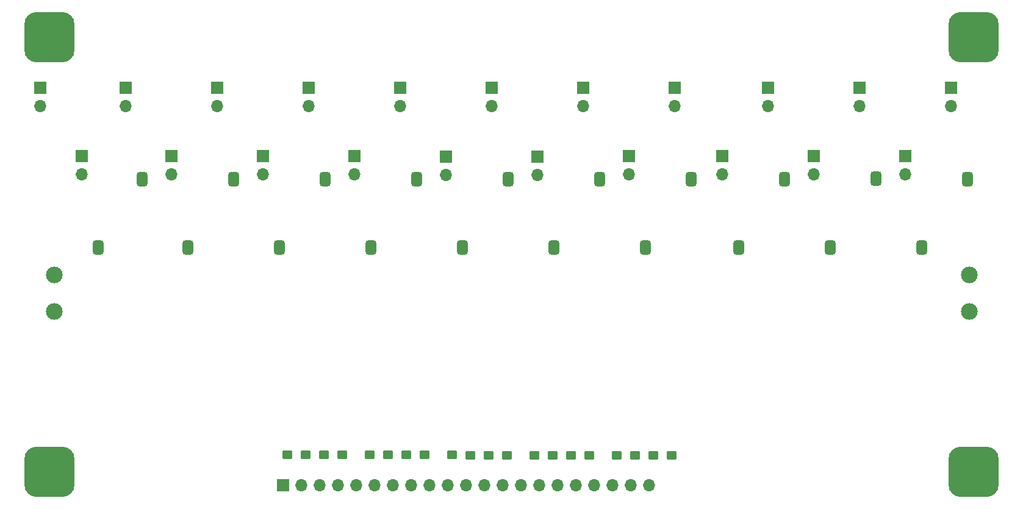
<source format=gbr>
%TF.GenerationSoftware,KiCad,Pcbnew,9.0.0*%
%TF.CreationDate,2025-03-11T14:00:59-06:00*%
%TF.ProjectId,Solenoid Breakout Board,536f6c65-6e6f-4696-9420-427265616b6f,rev?*%
%TF.SameCoordinates,Original*%
%TF.FileFunction,Soldermask,Bot*%
%TF.FilePolarity,Negative*%
%FSLAX46Y46*%
G04 Gerber Fmt 4.6, Leading zero omitted, Abs format (unit mm)*
G04 Created by KiCad (PCBNEW 9.0.0) date 2025-03-11 14:00:59*
%MOMM*%
%LPD*%
G01*
G04 APERTURE LIST*
G04 Aperture macros list*
%AMRoundRect*
0 Rectangle with rounded corners*
0 $1 Rounding radius*
0 $2 $3 $4 $5 $6 $7 $8 $9 X,Y pos of 4 corners*
0 Add a 4 corners polygon primitive as box body*
4,1,4,$2,$3,$4,$5,$6,$7,$8,$9,$2,$3,0*
0 Add four circle primitives for the rounded corners*
1,1,$1+$1,$2,$3*
1,1,$1+$1,$4,$5*
1,1,$1+$1,$6,$7*
1,1,$1+$1,$8,$9*
0 Add four rect primitives between the rounded corners*
20,1,$1+$1,$2,$3,$4,$5,0*
20,1,$1+$1,$4,$5,$6,$7,0*
20,1,$1+$1,$6,$7,$8,$9,0*
20,1,$1+$1,$8,$9,$2,$3,0*%
G04 Aperture macros list end*
%ADD10C,2.311400*%
%ADD11R,1.700000X1.700000*%
%ADD12O,1.700000X1.700000*%
%ADD13RoundRect,0.250000X0.450000X-0.350000X0.450000X0.350000X-0.450000X0.350000X-0.450000X-0.350000X0*%
%ADD14RoundRect,0.375000X0.375000X-0.625000X0.375000X0.625000X-0.375000X0.625000X-0.375000X-0.625000X0*%
%ADD15RoundRect,1.746250X-1.746250X-1.746250X1.746250X-1.746250X1.746250X1.746250X-1.746250X1.746250X0*%
G04 APERTURE END LIST*
D10*
%TO.C,POWER*%
X175895000Y-129540000D03*
X175895000Y-124460000D03*
%TD*%
D11*
%TO.C,L16*%
X147955000Y-98425000D03*
D12*
X147955000Y-100965000D03*
%TD*%
D11*
%TO.C,L10*%
X90565000Y-107950000D03*
D12*
X90565000Y-110490000D03*
%TD*%
D13*
%TO.C,R35*%
X132080000Y-149495000D03*
%TD*%
D11*
%TO.C,L8*%
X115965000Y-108000000D03*
D12*
X115965000Y-110540000D03*
%TD*%
D11*
%TO.C,L9*%
X122315000Y-98470000D03*
D12*
X122315000Y-101010000D03*
%TD*%
D14*
%TO.C,Q16*%
X150255000Y-111100000D03*
%TD*%
D11*
%TO.C,L11*%
X96915000Y-98450000D03*
D12*
X96915000Y-100990000D03*
%TD*%
D15*
%TO.C,REF\u002A\u002A*%
X176530000Y-91440000D03*
%TD*%
D11*
%TO.C,Power Out*%
X46990000Y-98425000D03*
D12*
X46990000Y-100965000D03*
%TD*%
D14*
%TO.C,Q10*%
X92865000Y-120650000D03*
%TD*%
D13*
%TO.C,R33*%
X127000000Y-149495000D03*
%TD*%
D11*
%TO.C,L13*%
X128665000Y-107945000D03*
D12*
X128665000Y-110485000D03*
%TD*%
D14*
%TO.C,Q1*%
X61115000Y-111125000D03*
%TD*%
%TO.C,Q4*%
X67465000Y-120600000D03*
%TD*%
%TO.C,Q20*%
X175655000Y-111100000D03*
%TD*%
%TO.C,Q3*%
X86515000Y-111125000D03*
%TD*%
D11*
%TO.C,L15*%
X141605000Y-107950000D03*
D12*
X141605000Y-110490000D03*
%TD*%
D14*
%TO.C,Q15*%
X143905000Y-120600000D03*
%TD*%
D13*
%TO.C,R1*%
X83820000Y-149400000D03*
%TD*%
%TO.C,R25*%
X115570000Y-149495000D03*
%TD*%
%TO.C,R27*%
X120650000Y-149495000D03*
%TD*%
%TO.C,R34*%
X129540000Y-149495000D03*
%TD*%
D11*
%TO.C,L1*%
X58815000Y-98445000D03*
D12*
X58815000Y-100985000D03*
%TD*%
D14*
%TO.C,Q18*%
X162955000Y-111075000D03*
%TD*%
D13*
%TO.C,R36*%
X134620000Y-149495000D03*
%TD*%
D10*
%TO.C,POWER*%
X48895000Y-124460000D03*
X48895000Y-129540000D03*
%TD*%
D11*
%TO.C,L20*%
X173355000Y-98425000D03*
D12*
X173355000Y-100965000D03*
%TD*%
D14*
%TO.C,Q7*%
X111915000Y-111125000D03*
%TD*%
D11*
%TO.C,L17*%
X154305000Y-107950000D03*
D12*
X154305000Y-110490000D03*
%TD*%
D14*
%TO.C,Q5*%
X73815000Y-111125000D03*
%TD*%
D11*
%TO.C,L19*%
X167005000Y-107950000D03*
D12*
X167005000Y-110490000D03*
%TD*%
D13*
%TO.C,R17*%
X100330000Y-149400000D03*
%TD*%
D14*
%TO.C,Q6*%
X80165000Y-120600000D03*
%TD*%
D11*
%TO.C,L7*%
X109615000Y-98470000D03*
D12*
X109615000Y-101010000D03*
%TD*%
D13*
%TO.C,R2*%
X81280000Y-149400000D03*
%TD*%
%TO.C,R4*%
X95250000Y-149400000D03*
%TD*%
D15*
%TO.C,REF\u002A\u002A*%
X48260000Y-91440000D03*
%TD*%
D14*
%TO.C,Q2*%
X55005000Y-120600000D03*
%TD*%
D11*
%TO.C,L2*%
X52705000Y-107950000D03*
D12*
X52705000Y-110490000D03*
%TD*%
D14*
%TO.C,Q11*%
X99215000Y-111125000D03*
%TD*%
D11*
%TO.C,L12*%
X103265000Y-107995000D03*
D12*
X103265000Y-110535000D03*
%TD*%
D11*
%TO.C,J1*%
X80645000Y-153670000D03*
D12*
X83185000Y-153670000D03*
X85725000Y-153670000D03*
X88265000Y-153670000D03*
X90805000Y-153670000D03*
X93345000Y-153670000D03*
X95885000Y-153670000D03*
X98425000Y-153670000D03*
X100965000Y-153670000D03*
X103505000Y-153670000D03*
X106045000Y-153670000D03*
X108585000Y-153670000D03*
X111125000Y-153670000D03*
X113665000Y-153670000D03*
X116205000Y-153670000D03*
X118745000Y-153670000D03*
X121285000Y-153670000D03*
X123825000Y-153670000D03*
X126365000Y-153670000D03*
X128905000Y-153670000D03*
X131445000Y-153670000D03*
%TD*%
D13*
%TO.C,R3*%
X88900000Y-149400000D03*
%TD*%
D14*
%TO.C,Q8*%
X118265000Y-120650000D03*
%TD*%
D13*
%TO.C,R13*%
X106680000Y-149495000D03*
%TD*%
%TO.C,R26*%
X118110000Y-149495000D03*
%TD*%
D14*
%TO.C,Q17*%
X156605000Y-120650000D03*
%TD*%
D13*
%TO.C,R16*%
X97790000Y-149400000D03*
%TD*%
D11*
%TO.C,L5*%
X71515000Y-98470000D03*
D12*
X71515000Y-101010000D03*
%TD*%
D14*
%TO.C,Q12*%
X105565000Y-120650000D03*
%TD*%
D13*
%TO.C,R5*%
X86360000Y-149400000D03*
%TD*%
D11*
%TO.C,L6*%
X77865000Y-107945000D03*
D12*
X77865000Y-110485000D03*
%TD*%
D14*
%TO.C,Q14*%
X137315000Y-111125000D03*
%TD*%
D11*
%TO.C,L3*%
X84215000Y-98470000D03*
D12*
X84215000Y-101010000D03*
%TD*%
D14*
%TO.C,Q9*%
X124615000Y-111125000D03*
%TD*%
D15*
%TO.C,REF\u002A\u002A*%
X176530000Y-151765000D03*
%TD*%
D13*
%TO.C,R18*%
X104140000Y-149400000D03*
%TD*%
D14*
%TO.C,Q13*%
X130965000Y-120600000D03*
%TD*%
%TO.C,Q19*%
X169305000Y-120600000D03*
%TD*%
D13*
%TO.C,R28*%
X123190000Y-149495000D03*
%TD*%
%TO.C,R6*%
X92710000Y-149400000D03*
%TD*%
%TO.C,R14*%
X109220000Y-149495000D03*
%TD*%
%TO.C,R15*%
X111760000Y-149495000D03*
%TD*%
D15*
%TO.C,REF\u002A\u002A*%
X48260000Y-151765000D03*
%TD*%
D11*
%TO.C,L4*%
X65165000Y-107945000D03*
D12*
X65165000Y-110485000D03*
%TD*%
D11*
%TO.C,L18*%
X160655000Y-98425000D03*
D12*
X160655000Y-100965000D03*
%TD*%
D11*
%TO.C,L14*%
X135015000Y-98470000D03*
D12*
X135015000Y-101010000D03*
%TD*%
M02*

</source>
